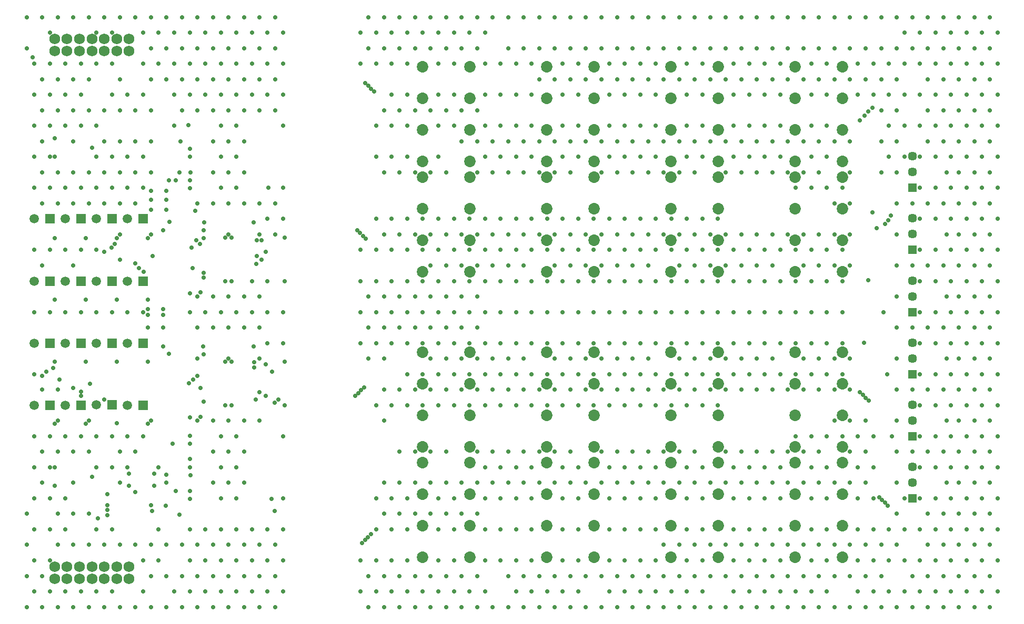
<source format=gbs>
G04 Layer_Color=16711935*
%FSAX24Y24*%
%MOIN*%
G70*
G01*
G75*
%ADD45C,0.0690*%
%ADD46C,0.0730*%
%ADD47C,0.0572*%
%ADD48R,0.0572X0.0572*%
%ADD49R,0.0592X0.0592*%
%ADD50C,0.0592*%
%ADD51C,0.0277*%
D45*
X015748Y013386D02*
D03*
X012598Y046063D02*
D03*
Y046850D02*
D03*
X013386Y046063D02*
D03*
Y046850D02*
D03*
X014173Y046063D02*
D03*
Y046850D02*
D03*
X014961Y046063D02*
D03*
Y046850D02*
D03*
X015748Y046063D02*
D03*
Y046850D02*
D03*
X016535Y046063D02*
D03*
Y046850D02*
D03*
X017323Y046063D02*
D03*
Y046850D02*
D03*
X012598Y012598D02*
D03*
Y013386D02*
D03*
X013386Y012598D02*
D03*
Y013386D02*
D03*
X014173Y012598D02*
D03*
Y013386D02*
D03*
X014961Y012598D02*
D03*
Y013386D02*
D03*
X015748Y012598D02*
D03*
X016535D02*
D03*
Y013386D02*
D03*
X017323Y012598D02*
D03*
Y013386D02*
D03*
D46*
X062524Y022972D02*
D03*
X054650D02*
D03*
X038902D02*
D03*
Y024972D02*
D03*
Y026972D02*
D03*
Y013972D02*
D03*
X035902D02*
D03*
Y026972D02*
D03*
Y015972D02*
D03*
Y024972D02*
D03*
Y017972D02*
D03*
Y022972D02*
D03*
Y020972D02*
D03*
Y019972D02*
D03*
X038902Y020972D02*
D03*
Y019972D02*
D03*
Y015972D02*
D03*
Y017972D02*
D03*
X062524Y043083D02*
D03*
Y045083D02*
D03*
Y032083D02*
D03*
X059524D02*
D03*
Y045083D02*
D03*
Y034083D02*
D03*
Y043083D02*
D03*
Y036083D02*
D03*
Y041083D02*
D03*
Y039083D02*
D03*
Y038083D02*
D03*
X062524Y039083D02*
D03*
Y038083D02*
D03*
Y041083D02*
D03*
Y034083D02*
D03*
Y036083D02*
D03*
X046776Y024972D02*
D03*
Y026972D02*
D03*
Y013972D02*
D03*
X043776D02*
D03*
Y026972D02*
D03*
Y015972D02*
D03*
Y024972D02*
D03*
Y017972D02*
D03*
Y022972D02*
D03*
Y020972D02*
D03*
Y019972D02*
D03*
X046776Y020972D02*
D03*
Y019972D02*
D03*
Y022972D02*
D03*
Y015972D02*
D03*
Y017972D02*
D03*
X054650Y043083D02*
D03*
Y045083D02*
D03*
Y032083D02*
D03*
X051650D02*
D03*
Y045083D02*
D03*
Y034083D02*
D03*
Y043083D02*
D03*
Y036083D02*
D03*
Y041083D02*
D03*
Y039083D02*
D03*
Y038083D02*
D03*
X054650Y039083D02*
D03*
Y038083D02*
D03*
Y041083D02*
D03*
Y034083D02*
D03*
Y036083D02*
D03*
Y024972D02*
D03*
Y026972D02*
D03*
Y013972D02*
D03*
X051650D02*
D03*
Y026972D02*
D03*
Y015972D02*
D03*
Y024972D02*
D03*
Y017972D02*
D03*
Y022972D02*
D03*
Y020972D02*
D03*
Y019972D02*
D03*
X054650Y020972D02*
D03*
Y019972D02*
D03*
Y015972D02*
D03*
Y017972D02*
D03*
X046776Y043083D02*
D03*
Y045083D02*
D03*
Y032083D02*
D03*
X043776D02*
D03*
Y045083D02*
D03*
Y034083D02*
D03*
Y043083D02*
D03*
Y036083D02*
D03*
Y041083D02*
D03*
Y039083D02*
D03*
Y038083D02*
D03*
X046776Y039083D02*
D03*
Y038083D02*
D03*
Y041083D02*
D03*
Y034083D02*
D03*
Y036083D02*
D03*
X062524Y024972D02*
D03*
Y026972D02*
D03*
Y013972D02*
D03*
X059524D02*
D03*
Y026972D02*
D03*
Y015972D02*
D03*
Y024972D02*
D03*
Y017972D02*
D03*
Y022972D02*
D03*
Y020972D02*
D03*
Y019972D02*
D03*
X062524Y020972D02*
D03*
Y019972D02*
D03*
Y015972D02*
D03*
Y017972D02*
D03*
X038902Y043083D02*
D03*
Y045083D02*
D03*
Y032083D02*
D03*
X035902D02*
D03*
Y045083D02*
D03*
Y034083D02*
D03*
Y043083D02*
D03*
Y036083D02*
D03*
Y041083D02*
D03*
Y039083D02*
D03*
Y038083D02*
D03*
X038902Y039083D02*
D03*
Y038083D02*
D03*
Y041083D02*
D03*
Y034083D02*
D03*
Y036083D02*
D03*
D47*
X066929Y023654D02*
D03*
Y022654D02*
D03*
Y027591D02*
D03*
Y026591D02*
D03*
Y031528D02*
D03*
Y030528D02*
D03*
Y035465D02*
D03*
Y034465D02*
D03*
Y019717D02*
D03*
Y018717D02*
D03*
Y039402D02*
D03*
Y038402D02*
D03*
D48*
Y021654D02*
D03*
Y025591D02*
D03*
Y029528D02*
D03*
Y033465D02*
D03*
Y017717D02*
D03*
Y037402D02*
D03*
D49*
X014280Y023622D02*
D03*
Y027559D02*
D03*
Y031496D02*
D03*
Y035433D02*
D03*
X016248Y023661D02*
D03*
X018217Y027559D02*
D03*
Y035433D02*
D03*
X012311Y023622D02*
D03*
Y027559D02*
D03*
Y031496D02*
D03*
Y035433D02*
D03*
X018217Y023622D02*
D03*
X016248Y027559D02*
D03*
Y035433D02*
D03*
Y031496D02*
D03*
X018217D02*
D03*
D50*
X013280Y023622D02*
D03*
Y027559D02*
D03*
Y031496D02*
D03*
Y035433D02*
D03*
X015248Y023661D02*
D03*
X017217Y027559D02*
D03*
Y035433D02*
D03*
X011311Y023622D02*
D03*
Y027559D02*
D03*
Y031496D02*
D03*
Y035433D02*
D03*
X017217Y023622D02*
D03*
X015248Y027559D02*
D03*
Y035433D02*
D03*
Y031496D02*
D03*
X017217D02*
D03*
D51*
X071850Y048228D02*
D03*
X072343Y047244D02*
D03*
X071850Y046260D02*
D03*
X072343Y045276D02*
D03*
X071850Y044291D02*
D03*
X072343Y043307D02*
D03*
X071850Y042323D02*
D03*
X072343Y041339D02*
D03*
X071850Y040354D02*
D03*
X072343Y039370D02*
D03*
X071850Y038386D02*
D03*
X072343Y037402D02*
D03*
X071850Y036417D02*
D03*
X072343Y035433D02*
D03*
X071850Y034449D02*
D03*
X072343Y033465D02*
D03*
X071850Y032480D02*
D03*
X072343Y031496D02*
D03*
X071850Y030512D02*
D03*
X072343Y029528D02*
D03*
X071850Y028543D02*
D03*
X072343Y027559D02*
D03*
X071850Y026575D02*
D03*
X072343Y025591D02*
D03*
X071850Y024606D02*
D03*
X072343Y023622D02*
D03*
X071850Y022638D02*
D03*
X072343Y021654D02*
D03*
X071850Y020669D02*
D03*
X072343Y019685D02*
D03*
X071850Y018701D02*
D03*
X072343Y017717D02*
D03*
X071850Y016732D02*
D03*
X072343Y015748D02*
D03*
X071850Y014764D02*
D03*
X072343Y013780D02*
D03*
X071850Y012795D02*
D03*
X072343Y011811D02*
D03*
X071850Y010827D02*
D03*
X070866Y048228D02*
D03*
X071358Y047244D02*
D03*
X070866Y046260D02*
D03*
X071358Y045276D02*
D03*
X070866Y044291D02*
D03*
X071358Y043307D02*
D03*
X070866Y042323D02*
D03*
X071358Y041339D02*
D03*
X070866Y040354D02*
D03*
X071358Y039370D02*
D03*
X070866Y038386D02*
D03*
X071358Y037402D02*
D03*
X070866Y036417D02*
D03*
X071358Y035433D02*
D03*
X070866Y034449D02*
D03*
X071358Y033465D02*
D03*
X070866Y032480D02*
D03*
X071358Y031496D02*
D03*
X070866Y030512D02*
D03*
X071358Y029528D02*
D03*
X070866Y028543D02*
D03*
X071358Y027559D02*
D03*
X070866Y026575D02*
D03*
X071358Y025591D02*
D03*
X070866Y024606D02*
D03*
X071358Y023622D02*
D03*
X070866Y022638D02*
D03*
X071358Y021654D02*
D03*
X070866Y020669D02*
D03*
X071358Y019685D02*
D03*
X070866Y018701D02*
D03*
X071358Y017717D02*
D03*
X070866Y016732D02*
D03*
X071358Y015748D02*
D03*
X070866Y014764D02*
D03*
X071358Y013780D02*
D03*
X070866Y012795D02*
D03*
X071358Y011811D02*
D03*
X070866Y010827D02*
D03*
X069882Y048228D02*
D03*
X070374Y047244D02*
D03*
X069882Y046260D02*
D03*
X070374Y045276D02*
D03*
X069882Y044291D02*
D03*
X070374Y043307D02*
D03*
X069882Y042323D02*
D03*
X070374Y041339D02*
D03*
X069882Y040354D02*
D03*
X070374Y039370D02*
D03*
X069882Y038386D02*
D03*
X070374Y037402D02*
D03*
X069882Y036417D02*
D03*
X070374Y035433D02*
D03*
X069882Y034449D02*
D03*
X070374Y033465D02*
D03*
X069882Y032480D02*
D03*
X070374Y031496D02*
D03*
X069882Y030512D02*
D03*
X070374Y029528D02*
D03*
X069882Y028543D02*
D03*
X070374Y027559D02*
D03*
X069882Y026575D02*
D03*
X070374Y025591D02*
D03*
X069882Y024606D02*
D03*
X070374Y023622D02*
D03*
X069882Y022638D02*
D03*
X070374Y021654D02*
D03*
X069882Y020669D02*
D03*
X070374Y019685D02*
D03*
X069882Y018701D02*
D03*
X070374Y017717D02*
D03*
X069882Y016732D02*
D03*
X070374Y015748D02*
D03*
X069882Y014764D02*
D03*
X070374Y013780D02*
D03*
X069882Y012795D02*
D03*
X070374Y011811D02*
D03*
X069882Y010827D02*
D03*
X068898Y048228D02*
D03*
X069390Y047244D02*
D03*
X068898Y046260D02*
D03*
X069390Y045276D02*
D03*
X068898Y044291D02*
D03*
X069390Y043307D02*
D03*
X068898Y042323D02*
D03*
X069390Y041339D02*
D03*
X068898Y040354D02*
D03*
X069390Y039370D02*
D03*
Y037402D02*
D03*
X068898Y036417D02*
D03*
X069390Y035433D02*
D03*
Y033465D02*
D03*
X068898Y032480D02*
D03*
X069390Y031496D02*
D03*
Y029528D02*
D03*
X068898Y028543D02*
D03*
X069390Y027559D02*
D03*
Y025591D02*
D03*
X068898Y024606D02*
D03*
X069390Y023622D02*
D03*
Y021654D02*
D03*
X068898Y020669D02*
D03*
X069390Y019685D02*
D03*
Y017717D02*
D03*
X068898Y016732D02*
D03*
X069390Y015748D02*
D03*
X068898Y014764D02*
D03*
X069390Y013780D02*
D03*
X068898Y012795D02*
D03*
X069390Y011811D02*
D03*
X068898Y010827D02*
D03*
X067913Y048228D02*
D03*
X068406Y047244D02*
D03*
X067913Y046260D02*
D03*
X068406Y045276D02*
D03*
X067913Y044291D02*
D03*
X068406Y043307D02*
D03*
X067913Y042323D02*
D03*
X068406Y041339D02*
D03*
X067913Y040354D02*
D03*
X068406Y039370D02*
D03*
Y037402D02*
D03*
X067913Y036417D02*
D03*
X068406Y035433D02*
D03*
Y033465D02*
D03*
X067913Y032480D02*
D03*
X068406Y031496D02*
D03*
Y029528D02*
D03*
X067913Y028543D02*
D03*
X068406Y027559D02*
D03*
Y025591D02*
D03*
X067913Y024606D02*
D03*
X068406Y023622D02*
D03*
Y021654D02*
D03*
X067913Y020669D02*
D03*
X068406Y019685D02*
D03*
Y017717D02*
D03*
X067913Y016732D02*
D03*
X068406Y015748D02*
D03*
X067913Y014764D02*
D03*
X068406Y013780D02*
D03*
X067913Y012795D02*
D03*
X068406Y011811D02*
D03*
X067913Y010827D02*
D03*
X066929Y048228D02*
D03*
X067421Y047244D02*
D03*
X066929Y046260D02*
D03*
X067421Y045276D02*
D03*
Y043307D02*
D03*
Y041339D02*
D03*
Y039370D02*
D03*
Y037402D02*
D03*
X066929Y036417D02*
D03*
X067421Y035433D02*
D03*
Y033465D02*
D03*
X066929Y032480D02*
D03*
X067421Y031496D02*
D03*
Y029528D02*
D03*
X066929Y028543D02*
D03*
X067421Y027559D02*
D03*
Y025591D02*
D03*
X066929Y024606D02*
D03*
X067421Y023622D02*
D03*
Y021654D02*
D03*
X066929Y020669D02*
D03*
X067421Y019685D02*
D03*
Y017717D02*
D03*
Y015748D02*
D03*
Y013780D02*
D03*
X066929Y012795D02*
D03*
X067421Y011811D02*
D03*
X066929Y010827D02*
D03*
X065945Y048228D02*
D03*
X066437Y047244D02*
D03*
X065945Y046260D02*
D03*
X066437Y045276D02*
D03*
X065945Y044291D02*
D03*
X066437Y043307D02*
D03*
X065945Y042323D02*
D03*
X066437Y041339D02*
D03*
X065945Y040354D02*
D03*
X066437Y039370D02*
D03*
X065945Y038386D02*
D03*
Y036417D02*
D03*
Y034449D02*
D03*
Y032480D02*
D03*
Y030512D02*
D03*
Y028543D02*
D03*
Y026575D02*
D03*
Y024606D02*
D03*
Y022638D02*
D03*
Y020669D02*
D03*
Y018701D02*
D03*
X066437Y017717D02*
D03*
X065945Y016732D02*
D03*
X066437Y015748D02*
D03*
X065945Y014764D02*
D03*
X066437Y013780D02*
D03*
Y011811D02*
D03*
X065945Y010827D02*
D03*
X064961Y048228D02*
D03*
Y046260D02*
D03*
X065453Y045276D02*
D03*
X064961Y044291D02*
D03*
X065453Y043307D02*
D03*
X064961Y042323D02*
D03*
X065453Y041339D02*
D03*
X064961Y040354D02*
D03*
X065453Y039370D02*
D03*
X064961Y038386D02*
D03*
X065453Y015748D02*
D03*
X064961Y014764D02*
D03*
X065453Y013780D02*
D03*
X064961Y012795D02*
D03*
X065453Y011811D02*
D03*
X064961Y010827D02*
D03*
X063976Y048228D02*
D03*
Y046260D02*
D03*
X064469Y045276D02*
D03*
X063976Y044291D02*
D03*
X064469Y043307D02*
D03*
X063976Y022638D02*
D03*
X064469Y021654D02*
D03*
X063976Y020669D02*
D03*
X064469Y019685D02*
D03*
X063976Y018701D02*
D03*
X064469Y017717D02*
D03*
Y015748D02*
D03*
X063976Y014764D02*
D03*
X064469Y013780D02*
D03*
X063976Y012795D02*
D03*
X064469Y011811D02*
D03*
X063976Y010827D02*
D03*
X062992Y048228D02*
D03*
Y046260D02*
D03*
X063484Y045276D02*
D03*
X062992Y044291D02*
D03*
X063484Y043307D02*
D03*
X062992Y040354D02*
D03*
Y038386D02*
D03*
Y036417D02*
D03*
Y034449D02*
D03*
Y032480D02*
D03*
Y026575D02*
D03*
Y024606D02*
D03*
Y022638D02*
D03*
X063484Y021654D02*
D03*
X062992Y020669D02*
D03*
X063484Y019685D02*
D03*
X062992Y018701D02*
D03*
X063484Y017717D02*
D03*
Y015748D02*
D03*
X062992Y014764D02*
D03*
X063484Y013780D02*
D03*
X062992Y012795D02*
D03*
X063484Y011811D02*
D03*
X062992Y010827D02*
D03*
X062008Y048228D02*
D03*
Y046260D02*
D03*
Y044291D02*
D03*
Y040354D02*
D03*
X062500Y037402D02*
D03*
X062008Y036417D02*
D03*
Y034449D02*
D03*
X062500Y033465D02*
D03*
X062008Y032480D02*
D03*
X062500Y031496D02*
D03*
Y029528D02*
D03*
Y027559D02*
D03*
X062008Y026575D02*
D03*
X062500Y025591D02*
D03*
X062008Y024606D02*
D03*
Y022638D02*
D03*
X062500Y021654D02*
D03*
X062008Y018701D02*
D03*
Y014764D02*
D03*
Y012795D02*
D03*
Y010827D02*
D03*
X061024Y048228D02*
D03*
Y046260D02*
D03*
X061516Y045276D02*
D03*
X061024Y044291D02*
D03*
X061516Y043307D02*
D03*
Y041339D02*
D03*
X061024Y040354D02*
D03*
X061516Y039370D02*
D03*
X061024Y038386D02*
D03*
X061516Y037402D02*
D03*
X061024Y034449D02*
D03*
X061516Y033465D02*
D03*
X061024Y032480D02*
D03*
X061516Y031496D02*
D03*
Y029528D02*
D03*
Y027559D02*
D03*
X061024Y026575D02*
D03*
X061516Y025591D02*
D03*
X061024Y024606D02*
D03*
X061516Y021654D02*
D03*
X061024Y020669D02*
D03*
X061516Y019685D02*
D03*
X061024Y018701D02*
D03*
X061516Y017717D02*
D03*
Y015748D02*
D03*
X061024Y014764D02*
D03*
X061516Y013780D02*
D03*
X061024Y012795D02*
D03*
X061516Y011811D02*
D03*
X061024Y010827D02*
D03*
X060039Y048228D02*
D03*
Y046260D02*
D03*
X060532Y045276D02*
D03*
X060039Y044291D02*
D03*
X060532Y043307D02*
D03*
Y041339D02*
D03*
X060039Y040354D02*
D03*
X060532Y039370D02*
D03*
X060039Y038386D02*
D03*
X060532Y037402D02*
D03*
X060039Y034449D02*
D03*
X060532Y033465D02*
D03*
X060039Y032480D02*
D03*
X060532Y031496D02*
D03*
Y029528D02*
D03*
Y027559D02*
D03*
X060039Y026575D02*
D03*
X060532Y025591D02*
D03*
X060039Y024606D02*
D03*
X060532Y021654D02*
D03*
X060039Y020669D02*
D03*
X060532Y019685D02*
D03*
X060039Y018701D02*
D03*
X060532Y017717D02*
D03*
Y015748D02*
D03*
X060039Y014764D02*
D03*
X060532Y013780D02*
D03*
X060039Y012795D02*
D03*
X060532Y011811D02*
D03*
X060039Y010827D02*
D03*
X059055Y048228D02*
D03*
Y046260D02*
D03*
Y044291D02*
D03*
Y040354D02*
D03*
Y038386D02*
D03*
X059547Y037402D02*
D03*
X059055Y034449D02*
D03*
X059547Y033465D02*
D03*
Y031496D02*
D03*
Y029528D02*
D03*
Y027559D02*
D03*
Y025591D02*
D03*
X059055Y024606D02*
D03*
X059547Y021654D02*
D03*
X059055Y020669D02*
D03*
Y018701D02*
D03*
Y014764D02*
D03*
Y012795D02*
D03*
X059547Y011811D02*
D03*
X059055Y010827D02*
D03*
X058071Y048228D02*
D03*
Y046260D02*
D03*
X058563Y045276D02*
D03*
X058071Y044291D02*
D03*
X058563Y043307D02*
D03*
Y041339D02*
D03*
X058071Y040354D02*
D03*
X058563Y039370D02*
D03*
X058071Y038386D02*
D03*
Y034449D02*
D03*
X058563Y033465D02*
D03*
X058071Y032480D02*
D03*
X058563Y031496D02*
D03*
Y029528D02*
D03*
Y027559D02*
D03*
X058071Y026575D02*
D03*
X058563Y025591D02*
D03*
X058071Y024606D02*
D03*
Y020669D02*
D03*
X058563Y019685D02*
D03*
X058071Y018701D02*
D03*
X058563Y017717D02*
D03*
Y015748D02*
D03*
X058071Y014764D02*
D03*
X058563Y013780D02*
D03*
X058071Y012795D02*
D03*
X058563Y011811D02*
D03*
X058071Y010827D02*
D03*
X057087Y048228D02*
D03*
Y046260D02*
D03*
X057579Y045276D02*
D03*
X057087Y044291D02*
D03*
X057579Y043307D02*
D03*
Y041339D02*
D03*
X057087Y040354D02*
D03*
X057579Y039370D02*
D03*
X057087Y038386D02*
D03*
Y034449D02*
D03*
X057579Y033465D02*
D03*
X057087Y032480D02*
D03*
X057579Y031496D02*
D03*
Y029528D02*
D03*
Y027559D02*
D03*
X057087Y026575D02*
D03*
X057579Y025591D02*
D03*
X057087Y024606D02*
D03*
Y020669D02*
D03*
X057579Y019685D02*
D03*
X057087Y018701D02*
D03*
X057579Y017717D02*
D03*
Y015748D02*
D03*
X057087Y014764D02*
D03*
X057579Y013780D02*
D03*
X057087Y012795D02*
D03*
X057579Y011811D02*
D03*
X057087Y010827D02*
D03*
X056102Y048228D02*
D03*
Y046260D02*
D03*
X056594Y045276D02*
D03*
X056102Y044291D02*
D03*
X056594Y043307D02*
D03*
Y041339D02*
D03*
X056102Y040354D02*
D03*
X056594Y039370D02*
D03*
X056102Y038386D02*
D03*
Y034449D02*
D03*
X056594Y033465D02*
D03*
X056102Y032480D02*
D03*
X056594Y031496D02*
D03*
Y029528D02*
D03*
Y027559D02*
D03*
X056102Y026575D02*
D03*
X056594Y025591D02*
D03*
X056102Y024606D02*
D03*
Y020669D02*
D03*
X056594Y019685D02*
D03*
X056102Y018701D02*
D03*
X056594Y017717D02*
D03*
Y015748D02*
D03*
X056102Y014764D02*
D03*
X056594Y013780D02*
D03*
X056102Y012795D02*
D03*
X056594Y011811D02*
D03*
X056102Y010827D02*
D03*
X055118Y048228D02*
D03*
Y046260D02*
D03*
X055610Y045276D02*
D03*
X055118Y044291D02*
D03*
X055610Y043307D02*
D03*
Y041339D02*
D03*
X055118Y040354D02*
D03*
X055610Y039370D02*
D03*
X055118Y038386D02*
D03*
Y034449D02*
D03*
X055610Y033465D02*
D03*
X055118Y032480D02*
D03*
X055610Y031496D02*
D03*
Y029528D02*
D03*
Y027559D02*
D03*
X055118Y026575D02*
D03*
X055610Y025591D02*
D03*
X055118Y024606D02*
D03*
Y020669D02*
D03*
X055610Y019685D02*
D03*
X055118Y018701D02*
D03*
X055610Y017717D02*
D03*
Y015748D02*
D03*
X055118Y014764D02*
D03*
X055610Y013780D02*
D03*
X055118Y012795D02*
D03*
X055610Y011811D02*
D03*
X055118Y010827D02*
D03*
X054134Y048228D02*
D03*
Y046260D02*
D03*
Y044291D02*
D03*
Y040354D02*
D03*
X054626Y035433D02*
D03*
X054134Y034449D02*
D03*
X054626Y033465D02*
D03*
X054134Y032480D02*
D03*
X054626Y031496D02*
D03*
Y029528D02*
D03*
Y027559D02*
D03*
X054134Y026575D02*
D03*
X054626Y025591D02*
D03*
X054134Y024606D02*
D03*
X054626Y023622D02*
D03*
X054134Y018701D02*
D03*
Y014764D02*
D03*
Y012795D02*
D03*
Y010827D02*
D03*
X053150Y048228D02*
D03*
Y046260D02*
D03*
X053642Y045276D02*
D03*
X053150Y044291D02*
D03*
X053642Y043307D02*
D03*
Y041339D02*
D03*
X053150Y040354D02*
D03*
X053642Y039370D02*
D03*
X053150Y038386D02*
D03*
X053642Y035433D02*
D03*
X053150Y034449D02*
D03*
X053642Y033465D02*
D03*
X053150Y032480D02*
D03*
X053642Y031496D02*
D03*
Y029528D02*
D03*
Y027559D02*
D03*
X053150Y026575D02*
D03*
X053642Y025591D02*
D03*
X053150Y024606D02*
D03*
X053642Y023622D02*
D03*
X053150Y020669D02*
D03*
X053642Y019685D02*
D03*
X053150Y018701D02*
D03*
X053642Y017717D02*
D03*
Y015748D02*
D03*
X053150Y014764D02*
D03*
X053642Y013780D02*
D03*
X053150Y012795D02*
D03*
X053642Y011811D02*
D03*
X053150Y010827D02*
D03*
X052165Y048228D02*
D03*
Y046260D02*
D03*
X052657Y045276D02*
D03*
X052165Y044291D02*
D03*
X052657Y043307D02*
D03*
Y041339D02*
D03*
X052165Y040354D02*
D03*
X052657Y039370D02*
D03*
X052165Y038386D02*
D03*
X052657Y035433D02*
D03*
X052165Y034449D02*
D03*
X052657Y033465D02*
D03*
X052165Y032480D02*
D03*
X052657Y031496D02*
D03*
Y029528D02*
D03*
Y027559D02*
D03*
X052165Y026575D02*
D03*
X052657Y025591D02*
D03*
X052165Y024606D02*
D03*
X052657Y023622D02*
D03*
X052165Y020669D02*
D03*
X052657Y019685D02*
D03*
X052165Y018701D02*
D03*
X052657Y017717D02*
D03*
Y015748D02*
D03*
X052165Y014764D02*
D03*
X052657Y013780D02*
D03*
X052165Y012795D02*
D03*
X052657Y011811D02*
D03*
X052165Y010827D02*
D03*
X051181Y048228D02*
D03*
Y046260D02*
D03*
Y044291D02*
D03*
Y040354D02*
D03*
Y038386D02*
D03*
X051673Y035433D02*
D03*
X051181Y034449D02*
D03*
X051673Y033465D02*
D03*
Y031496D02*
D03*
Y029528D02*
D03*
Y027559D02*
D03*
Y025591D02*
D03*
X051181Y024606D02*
D03*
X051673Y023622D02*
D03*
X051181Y020669D02*
D03*
Y018701D02*
D03*
Y014764D02*
D03*
Y012795D02*
D03*
X051673Y011811D02*
D03*
X051181Y010827D02*
D03*
X050197Y048228D02*
D03*
Y046260D02*
D03*
X050689Y045276D02*
D03*
X050197Y044291D02*
D03*
X050689Y043307D02*
D03*
Y041339D02*
D03*
X050197Y040354D02*
D03*
X050689Y039370D02*
D03*
X050197Y038386D02*
D03*
X050689Y035433D02*
D03*
X050197Y034449D02*
D03*
X050689Y033465D02*
D03*
X050197Y032480D02*
D03*
X050689Y031496D02*
D03*
Y029528D02*
D03*
Y027559D02*
D03*
X050197Y026575D02*
D03*
X050689Y025591D02*
D03*
X050197Y024606D02*
D03*
X050689Y023622D02*
D03*
X050197Y020669D02*
D03*
X050689Y019685D02*
D03*
X050197Y018701D02*
D03*
X050689Y017717D02*
D03*
Y015748D02*
D03*
Y013780D02*
D03*
X050197Y012795D02*
D03*
X050689Y011811D02*
D03*
X050197Y010827D02*
D03*
X049213Y048228D02*
D03*
Y046260D02*
D03*
X049705Y045276D02*
D03*
X049213Y044291D02*
D03*
X049705Y043307D02*
D03*
Y041339D02*
D03*
X049213Y040354D02*
D03*
X049705Y039370D02*
D03*
X049213Y038386D02*
D03*
X049705Y035433D02*
D03*
X049213Y034449D02*
D03*
X049705Y033465D02*
D03*
X049213Y032480D02*
D03*
X049705Y031496D02*
D03*
Y029528D02*
D03*
Y027559D02*
D03*
X049213Y026575D02*
D03*
X049705Y025591D02*
D03*
X049213Y024606D02*
D03*
X049705Y023622D02*
D03*
X049213Y020669D02*
D03*
X049705Y019685D02*
D03*
X049213Y018701D02*
D03*
X049705Y017717D02*
D03*
Y015748D02*
D03*
Y013780D02*
D03*
X049213Y012795D02*
D03*
X049705Y011811D02*
D03*
X049213Y010827D02*
D03*
X048228Y048228D02*
D03*
Y046260D02*
D03*
X048720Y045276D02*
D03*
X048228Y044291D02*
D03*
X048720Y043307D02*
D03*
Y041339D02*
D03*
X048228Y040354D02*
D03*
X048720Y039370D02*
D03*
X048228Y038386D02*
D03*
X048720Y035433D02*
D03*
X048228Y034449D02*
D03*
X048720Y033465D02*
D03*
X048228Y032480D02*
D03*
X048720Y031496D02*
D03*
Y029528D02*
D03*
Y027559D02*
D03*
X048228Y026575D02*
D03*
X048720Y025591D02*
D03*
X048228Y024606D02*
D03*
X048720Y023622D02*
D03*
X048228Y020669D02*
D03*
X048720Y019685D02*
D03*
X048228Y018701D02*
D03*
X048720Y017717D02*
D03*
Y015748D02*
D03*
Y013780D02*
D03*
X048228Y012795D02*
D03*
X048720Y011811D02*
D03*
X048228Y010827D02*
D03*
X047244Y048228D02*
D03*
Y046260D02*
D03*
X047736Y045276D02*
D03*
X047244Y044291D02*
D03*
X047736Y043307D02*
D03*
Y041339D02*
D03*
X047244Y040354D02*
D03*
X047736Y039370D02*
D03*
X047244Y038386D02*
D03*
X047736Y035433D02*
D03*
X047244Y034449D02*
D03*
X047736Y033465D02*
D03*
X047244Y032480D02*
D03*
X047736Y031496D02*
D03*
Y029528D02*
D03*
Y027559D02*
D03*
X047244Y026575D02*
D03*
X047736Y025591D02*
D03*
X047244Y024606D02*
D03*
X047736Y023622D02*
D03*
X047244Y020669D02*
D03*
X047736Y019685D02*
D03*
X047244Y018701D02*
D03*
X047736Y017717D02*
D03*
Y015748D02*
D03*
Y013780D02*
D03*
X047244Y012795D02*
D03*
X047736Y011811D02*
D03*
X047244Y010827D02*
D03*
X046260Y048228D02*
D03*
Y046260D02*
D03*
Y044291D02*
D03*
Y040354D02*
D03*
X046752Y035433D02*
D03*
X046260Y034449D02*
D03*
X046752Y033465D02*
D03*
X046260Y032480D02*
D03*
X046752Y031496D02*
D03*
Y029528D02*
D03*
Y027559D02*
D03*
X046260Y026575D02*
D03*
X046752Y025591D02*
D03*
X046260Y024606D02*
D03*
X046752Y023622D02*
D03*
X046260Y018701D02*
D03*
Y012795D02*
D03*
Y010827D02*
D03*
X045276Y048228D02*
D03*
Y046260D02*
D03*
X045768Y045276D02*
D03*
X045276Y044291D02*
D03*
X045768Y043307D02*
D03*
Y041339D02*
D03*
X045276Y040354D02*
D03*
X045768Y039370D02*
D03*
X045276Y038386D02*
D03*
X045768Y035433D02*
D03*
X045276Y034449D02*
D03*
X045768Y033465D02*
D03*
X045276Y032480D02*
D03*
X045768Y031496D02*
D03*
Y029528D02*
D03*
Y027559D02*
D03*
X045276Y026575D02*
D03*
X045768Y025591D02*
D03*
X045276Y024606D02*
D03*
X045768Y023622D02*
D03*
X045276Y020669D02*
D03*
X045768Y019685D02*
D03*
X045276Y018701D02*
D03*
X045768Y017717D02*
D03*
Y015748D02*
D03*
Y013780D02*
D03*
X045276Y012795D02*
D03*
X045768Y011811D02*
D03*
X045276Y010827D02*
D03*
X044291Y048228D02*
D03*
Y046260D02*
D03*
X044783Y045276D02*
D03*
X044291Y044291D02*
D03*
X044783Y043307D02*
D03*
Y041339D02*
D03*
X044291Y040354D02*
D03*
X044783Y039370D02*
D03*
X044291Y038386D02*
D03*
X044783Y035433D02*
D03*
X044291Y034449D02*
D03*
X044783Y033465D02*
D03*
X044291Y032480D02*
D03*
X044783Y031496D02*
D03*
Y029528D02*
D03*
Y027559D02*
D03*
X044291Y026575D02*
D03*
X044783Y025591D02*
D03*
X044291Y024606D02*
D03*
X044783Y023622D02*
D03*
X044291Y020669D02*
D03*
X044783Y019685D02*
D03*
X044291Y018701D02*
D03*
X044783Y017717D02*
D03*
Y015748D02*
D03*
Y013780D02*
D03*
X044291Y012795D02*
D03*
X044783Y011811D02*
D03*
X044291Y010827D02*
D03*
X043307Y048228D02*
D03*
Y046260D02*
D03*
Y044291D02*
D03*
Y040354D02*
D03*
Y038386D02*
D03*
X043799Y035433D02*
D03*
X043307Y034449D02*
D03*
X043799Y033465D02*
D03*
Y031496D02*
D03*
Y029528D02*
D03*
Y027559D02*
D03*
Y025591D02*
D03*
X043307Y024606D02*
D03*
X043799Y023622D02*
D03*
X043307Y020669D02*
D03*
Y018701D02*
D03*
Y012795D02*
D03*
X043799Y011811D02*
D03*
X043307Y010827D02*
D03*
X042323Y048228D02*
D03*
Y046260D02*
D03*
X042815Y045276D02*
D03*
Y043307D02*
D03*
Y041339D02*
D03*
X042323Y040354D02*
D03*
X042815Y039370D02*
D03*
X042323Y038386D02*
D03*
X042815Y035433D02*
D03*
X042323Y034449D02*
D03*
X042815Y033465D02*
D03*
X042323Y032480D02*
D03*
X042815Y031496D02*
D03*
Y029528D02*
D03*
Y027559D02*
D03*
X042323Y026575D02*
D03*
X042815Y025591D02*
D03*
X042323Y024606D02*
D03*
X042815Y023622D02*
D03*
X042323Y020669D02*
D03*
X042815Y019685D02*
D03*
X042323Y018701D02*
D03*
X042815Y017717D02*
D03*
Y015748D02*
D03*
Y013780D02*
D03*
X042323Y012795D02*
D03*
X042815Y011811D02*
D03*
X042323Y010827D02*
D03*
X041339Y048228D02*
D03*
Y046260D02*
D03*
X041831Y045276D02*
D03*
Y043307D02*
D03*
Y041339D02*
D03*
X041339Y040354D02*
D03*
X041831Y039370D02*
D03*
X041339Y038386D02*
D03*
X041831Y035433D02*
D03*
X041339Y034449D02*
D03*
X041831Y033465D02*
D03*
X041339Y032480D02*
D03*
X041831Y031496D02*
D03*
Y029528D02*
D03*
Y027559D02*
D03*
X041339Y026575D02*
D03*
X041831Y025591D02*
D03*
X041339Y024606D02*
D03*
X041831Y023622D02*
D03*
X041339Y020669D02*
D03*
X041831Y019685D02*
D03*
X041339Y018701D02*
D03*
X041831Y017717D02*
D03*
Y015748D02*
D03*
Y013780D02*
D03*
X041339Y012795D02*
D03*
X041831Y011811D02*
D03*
X041339Y010827D02*
D03*
X040354Y048228D02*
D03*
X040846Y045276D02*
D03*
Y043307D02*
D03*
Y041339D02*
D03*
X040354Y040354D02*
D03*
X040846Y039370D02*
D03*
X040354Y038386D02*
D03*
X040846Y035433D02*
D03*
X040354Y034449D02*
D03*
X040846Y033465D02*
D03*
X040354Y032480D02*
D03*
X040846Y031496D02*
D03*
Y029528D02*
D03*
Y027559D02*
D03*
X040354Y026575D02*
D03*
X040846Y025591D02*
D03*
X040354Y024606D02*
D03*
X040846Y023622D02*
D03*
X040354Y020669D02*
D03*
X040846Y019685D02*
D03*
X040354Y018701D02*
D03*
X040846Y017717D02*
D03*
Y015748D02*
D03*
Y013780D02*
D03*
X040354Y010827D02*
D03*
X039370Y048228D02*
D03*
X039862Y047244D02*
D03*
X039370Y046260D02*
D03*
X039862Y045276D02*
D03*
Y043307D02*
D03*
X039370Y042323D02*
D03*
X039862Y041339D02*
D03*
X039370Y040354D02*
D03*
X039862Y039370D02*
D03*
X039370Y038386D02*
D03*
X039862Y035433D02*
D03*
X039370Y034449D02*
D03*
X039862Y033465D02*
D03*
X039370Y032480D02*
D03*
X039862Y031496D02*
D03*
X039370Y030512D02*
D03*
X039862Y029528D02*
D03*
X039370Y028543D02*
D03*
X039862Y027559D02*
D03*
X039370Y026575D02*
D03*
X039862Y025591D02*
D03*
X039370Y024606D02*
D03*
X039862Y023622D02*
D03*
X039370Y020669D02*
D03*
X039862Y019685D02*
D03*
X039370Y018701D02*
D03*
X039862Y017717D02*
D03*
X039370Y016732D02*
D03*
X039862Y015748D02*
D03*
Y013780D02*
D03*
X039370Y012795D02*
D03*
X039862Y011811D02*
D03*
X039370Y010827D02*
D03*
X038386Y048228D02*
D03*
X038878Y047244D02*
D03*
X038386Y046260D02*
D03*
Y042323D02*
D03*
Y040354D02*
D03*
X038878Y035433D02*
D03*
X038386Y034449D02*
D03*
X038878Y033465D02*
D03*
X038386Y032480D02*
D03*
X038878Y031496D02*
D03*
X038386Y030512D02*
D03*
X038878Y029528D02*
D03*
X038386Y028543D02*
D03*
X038878Y027559D02*
D03*
X038386Y026575D02*
D03*
X038878Y025591D02*
D03*
X038386Y024606D02*
D03*
X038878Y023622D02*
D03*
X038386Y018701D02*
D03*
Y016732D02*
D03*
Y012795D02*
D03*
X038878Y011811D02*
D03*
X038386Y010827D02*
D03*
X037402Y048228D02*
D03*
X037894Y047244D02*
D03*
X037402Y046260D02*
D03*
X037894Y045276D02*
D03*
Y043307D02*
D03*
X037402Y042323D02*
D03*
X037894Y041339D02*
D03*
X037402Y038386D02*
D03*
X037894Y035433D02*
D03*
X037402Y034449D02*
D03*
X037894Y033465D02*
D03*
X037402Y032480D02*
D03*
X037894Y031496D02*
D03*
X037402Y030512D02*
D03*
X037894Y029528D02*
D03*
X037402Y028543D02*
D03*
X037894Y027559D02*
D03*
X037402Y026575D02*
D03*
X037894Y025591D02*
D03*
X037402Y024606D02*
D03*
X037894Y023622D02*
D03*
X037402Y020669D02*
D03*
Y018701D02*
D03*
X037894Y017717D02*
D03*
X037402Y016732D02*
D03*
X037894Y015748D02*
D03*
Y013780D02*
D03*
X037402Y012795D02*
D03*
X037894Y011811D02*
D03*
X037402Y010827D02*
D03*
X036417Y048228D02*
D03*
X036909Y047244D02*
D03*
X036417Y046260D02*
D03*
X036909Y045276D02*
D03*
Y043307D02*
D03*
X036417Y042323D02*
D03*
X036909Y041339D02*
D03*
Y039370D02*
D03*
X036417Y038386D02*
D03*
X036909Y035433D02*
D03*
X036417Y034449D02*
D03*
X036909Y033465D02*
D03*
X036417Y032480D02*
D03*
X036909Y031496D02*
D03*
X036417Y030512D02*
D03*
X036909Y029528D02*
D03*
X036417Y028543D02*
D03*
X036909Y027559D02*
D03*
X036417Y026575D02*
D03*
X036909Y025591D02*
D03*
X036417Y024606D02*
D03*
X036909Y023622D02*
D03*
X036417Y020669D02*
D03*
Y018701D02*
D03*
X036909Y017717D02*
D03*
X036417Y016732D02*
D03*
X036909Y015748D02*
D03*
Y013780D02*
D03*
X036417Y012795D02*
D03*
X036909Y011811D02*
D03*
X036417Y010827D02*
D03*
X035433Y048228D02*
D03*
X035925Y047244D02*
D03*
X035433Y046260D02*
D03*
Y042323D02*
D03*
Y038386D02*
D03*
X035925Y035433D02*
D03*
X035433Y034449D02*
D03*
X035925Y033465D02*
D03*
Y031496D02*
D03*
X035433Y030512D02*
D03*
X035925Y029528D02*
D03*
X035433Y028543D02*
D03*
X035925Y027559D02*
D03*
Y025591D02*
D03*
X035433Y024606D02*
D03*
X035925Y023622D02*
D03*
X035433Y020669D02*
D03*
Y018701D02*
D03*
Y016732D02*
D03*
Y012795D02*
D03*
X035925Y011811D02*
D03*
X035433Y010827D02*
D03*
X034449Y048228D02*
D03*
X034941Y047244D02*
D03*
X034449Y046260D02*
D03*
X034941Y045276D02*
D03*
Y043307D02*
D03*
X034449Y042323D02*
D03*
X034941Y041339D02*
D03*
Y039370D02*
D03*
X034449Y038386D02*
D03*
X034941Y035433D02*
D03*
X034449Y034449D02*
D03*
X034941Y033465D02*
D03*
Y031496D02*
D03*
X034449Y030512D02*
D03*
X034941Y029528D02*
D03*
X034449Y028543D02*
D03*
X034941Y027559D02*
D03*
Y025591D02*
D03*
X034449Y024606D02*
D03*
X034941Y023622D02*
D03*
X034449Y020669D02*
D03*
Y018701D02*
D03*
X034941Y017717D02*
D03*
X034449Y016732D02*
D03*
X034941Y015748D02*
D03*
Y013780D02*
D03*
X034449Y012795D02*
D03*
X034941Y011811D02*
D03*
X034449Y010827D02*
D03*
X033465Y048228D02*
D03*
X033957Y047244D02*
D03*
X033465Y046260D02*
D03*
X033957Y045276D02*
D03*
Y043307D02*
D03*
X033465Y042323D02*
D03*
X033957Y041339D02*
D03*
Y039370D02*
D03*
X033465Y038386D02*
D03*
X033957Y035433D02*
D03*
X033465Y034449D02*
D03*
X033957Y033465D02*
D03*
Y031496D02*
D03*
X033465Y030512D02*
D03*
X033957Y029528D02*
D03*
X033465Y028543D02*
D03*
X033957Y027559D02*
D03*
X033465Y026575D02*
D03*
Y024606D02*
D03*
X033957Y023622D02*
D03*
X033465Y022638D02*
D03*
Y018701D02*
D03*
X033957Y017717D02*
D03*
X033465Y016732D02*
D03*
X033957Y015748D02*
D03*
Y013780D02*
D03*
X033465Y012795D02*
D03*
X033957Y011811D02*
D03*
X033465Y010827D02*
D03*
X032480Y048228D02*
D03*
X032972Y047244D02*
D03*
X032480Y046260D02*
D03*
X032972Y045276D02*
D03*
Y041339D02*
D03*
Y039370D02*
D03*
Y035433D02*
D03*
Y033465D02*
D03*
Y031496D02*
D03*
X032480Y030512D02*
D03*
X032972Y029528D02*
D03*
X032480Y028543D02*
D03*
X032972Y027559D02*
D03*
X032480Y026575D02*
D03*
X032972Y023622D02*
D03*
Y017717D02*
D03*
Y015748D02*
D03*
Y013780D02*
D03*
X032480Y012795D02*
D03*
X032972Y011811D02*
D03*
X032480Y010827D02*
D03*
X031988Y047244D02*
D03*
Y045276D02*
D03*
Y033465D02*
D03*
Y031496D02*
D03*
Y029528D02*
D03*
Y027559D02*
D03*
Y013780D02*
D03*
Y011811D02*
D03*
X026575Y048228D02*
D03*
X027067Y047244D02*
D03*
X026575Y046260D02*
D03*
X027067Y045276D02*
D03*
X026575Y044291D02*
D03*
X027067Y043307D02*
D03*
X026575Y042323D02*
D03*
X027067Y041339D02*
D03*
Y037402D02*
D03*
X026575Y036417D02*
D03*
X027067Y035433D02*
D03*
X026575Y034449D02*
D03*
X027067Y029528D02*
D03*
Y027559D02*
D03*
Y021654D02*
D03*
Y017717D02*
D03*
Y015748D02*
D03*
X026575Y014764D02*
D03*
X027067Y013780D02*
D03*
X026575Y012795D02*
D03*
X027067Y011811D02*
D03*
X026575Y010827D02*
D03*
X025591Y048228D02*
D03*
X026083Y047244D02*
D03*
X025591Y046260D02*
D03*
X026083Y045276D02*
D03*
X025591Y044291D02*
D03*
X026083Y043307D02*
D03*
X025591Y042323D02*
D03*
Y036417D02*
D03*
X026083Y035433D02*
D03*
X025591Y034449D02*
D03*
X026083Y031496D02*
D03*
X025591Y030512D02*
D03*
X026083Y029528D02*
D03*
X025591Y028543D02*
D03*
X026083Y027559D02*
D03*
X025591Y026575D02*
D03*
Y022638D02*
D03*
X026083Y015748D02*
D03*
X025591Y014764D02*
D03*
X026083Y013780D02*
D03*
X025591Y012795D02*
D03*
X026083Y011811D02*
D03*
X025591Y010827D02*
D03*
X024606Y048228D02*
D03*
X025098Y047244D02*
D03*
X024606Y046260D02*
D03*
X025098Y045276D02*
D03*
X024606Y044291D02*
D03*
X025098Y043307D02*
D03*
X024606Y042323D02*
D03*
Y040354D02*
D03*
Y038386D02*
D03*
Y036417D02*
D03*
X025098Y031496D02*
D03*
X024606Y030512D02*
D03*
X025098Y029528D02*
D03*
X024606Y028543D02*
D03*
Y022638D02*
D03*
Y020669D02*
D03*
Y018701D02*
D03*
X025098Y015748D02*
D03*
X024606Y014764D02*
D03*
X025098Y013780D02*
D03*
X024606Y012795D02*
D03*
X025098Y011811D02*
D03*
X024606Y010827D02*
D03*
X023622Y048228D02*
D03*
X024114Y047244D02*
D03*
X023622Y046260D02*
D03*
X024114Y045276D02*
D03*
X023622Y044291D02*
D03*
X024114Y043307D02*
D03*
X023622Y042323D02*
D03*
X024114Y041339D02*
D03*
X023622Y040354D02*
D03*
X024114Y039370D02*
D03*
X023622Y038386D02*
D03*
X024114Y037402D02*
D03*
X023622Y036417D02*
D03*
Y034449D02*
D03*
Y030512D02*
D03*
X024114Y029528D02*
D03*
X023622Y028543D02*
D03*
Y026575D02*
D03*
Y022638D02*
D03*
X024114Y021654D02*
D03*
X023622Y020669D02*
D03*
X024114Y019685D02*
D03*
X023622Y018701D02*
D03*
X024114Y017717D02*
D03*
Y015748D02*
D03*
X023622Y014764D02*
D03*
X024114Y013780D02*
D03*
X023622Y012795D02*
D03*
X024114Y011811D02*
D03*
X023622Y010827D02*
D03*
X022638Y048228D02*
D03*
X023130Y047244D02*
D03*
X022638Y046260D02*
D03*
X023130Y045276D02*
D03*
X022638Y044291D02*
D03*
X023130Y043307D02*
D03*
X022638Y042323D02*
D03*
X023130Y041339D02*
D03*
X022638Y040354D02*
D03*
X023130Y039370D02*
D03*
X022638Y038386D02*
D03*
X023130Y037402D02*
D03*
X022638Y036417D02*
D03*
Y030512D02*
D03*
X023130Y029528D02*
D03*
X022638Y028543D02*
D03*
Y022638D02*
D03*
X023130Y021654D02*
D03*
X022638Y020669D02*
D03*
X023130Y019685D02*
D03*
X022638Y018701D02*
D03*
X023130Y017717D02*
D03*
Y015748D02*
D03*
X022638Y014764D02*
D03*
X023130Y013780D02*
D03*
X022638Y012795D02*
D03*
X023130Y011811D02*
D03*
X022638Y010827D02*
D03*
X021654Y048228D02*
D03*
X022146Y047244D02*
D03*
X021654Y046260D02*
D03*
X022146Y045276D02*
D03*
X021654Y044291D02*
D03*
X022146Y043307D02*
D03*
X021654Y042323D02*
D03*
Y036417D02*
D03*
Y030512D02*
D03*
X022146Y029528D02*
D03*
X021654Y028543D02*
D03*
Y026575D02*
D03*
Y022638D02*
D03*
X022146Y015748D02*
D03*
X021654Y014764D02*
D03*
X022146Y013780D02*
D03*
X021654Y012795D02*
D03*
X022146Y011811D02*
D03*
X021654Y010827D02*
D03*
X020669Y048228D02*
D03*
X021161Y047244D02*
D03*
X020669Y046260D02*
D03*
X021161Y045276D02*
D03*
X020669Y044291D02*
D03*
X021161Y043307D02*
D03*
X020669Y042323D02*
D03*
X021161Y029528D02*
D03*
Y015748D02*
D03*
X020669Y014764D02*
D03*
X021161Y013780D02*
D03*
X020669Y012795D02*
D03*
X021161Y011811D02*
D03*
X020669Y010827D02*
D03*
X019685Y048228D02*
D03*
X020177Y047244D02*
D03*
X019685Y046260D02*
D03*
X020177Y045276D02*
D03*
X019685Y044291D02*
D03*
X020177Y043307D02*
D03*
Y041339D02*
D03*
X019685Y018701D02*
D03*
Y014764D02*
D03*
Y012795D02*
D03*
X020177Y011811D02*
D03*
X019685Y010827D02*
D03*
X018701Y048228D02*
D03*
X019193Y047244D02*
D03*
X018701Y046260D02*
D03*
X019193Y045276D02*
D03*
X018701Y044291D02*
D03*
Y042323D02*
D03*
Y040354D02*
D03*
Y038386D02*
D03*
Y034449D02*
D03*
Y022638D02*
D03*
X019193Y019685D02*
D03*
Y015748D02*
D03*
X018701Y014764D02*
D03*
X019193Y013780D02*
D03*
X018701Y012795D02*
D03*
Y010827D02*
D03*
X017717Y048228D02*
D03*
X018209Y047244D02*
D03*
Y045276D02*
D03*
Y043307D02*
D03*
X017717Y042323D02*
D03*
Y040354D02*
D03*
X018209Y039370D02*
D03*
X017717Y038386D02*
D03*
X018209Y037402D02*
D03*
X017717Y036417D02*
D03*
X018209Y029528D02*
D03*
Y021654D02*
D03*
X017717Y020669D02*
D03*
Y014764D02*
D03*
X018209Y013780D02*
D03*
Y011811D02*
D03*
X017717Y010827D02*
D03*
X016732Y048228D02*
D03*
Y044291D02*
D03*
X017224Y043307D02*
D03*
X016732Y042323D02*
D03*
Y040354D02*
D03*
X017224Y039370D02*
D03*
X016732Y038386D02*
D03*
X017224Y037402D02*
D03*
X016732Y036417D02*
D03*
Y034449D02*
D03*
X017224Y029528D02*
D03*
Y021654D02*
D03*
X016732Y020669D02*
D03*
X017224Y019685D02*
D03*
X016732Y018701D02*
D03*
Y014764D02*
D03*
Y010827D02*
D03*
X015748Y048228D02*
D03*
X016240Y047244D02*
D03*
Y045276D02*
D03*
Y043307D02*
D03*
X015748Y042323D02*
D03*
Y040354D02*
D03*
X016240Y039370D02*
D03*
X015748Y038386D02*
D03*
X016240Y037402D02*
D03*
X015748Y036417D02*
D03*
X016240Y029528D02*
D03*
Y021654D02*
D03*
Y019685D02*
D03*
Y015748D02*
D03*
X015748Y014764D02*
D03*
X016240Y011811D02*
D03*
X015748Y010827D02*
D03*
X014764Y048228D02*
D03*
X015256Y047244D02*
D03*
Y045276D02*
D03*
X014764Y044291D02*
D03*
Y042323D02*
D03*
X015256Y041339D02*
D03*
Y039370D02*
D03*
X014764Y038386D02*
D03*
X015256Y037402D02*
D03*
X014764Y036417D02*
D03*
X015256Y033465D02*
D03*
Y029528D02*
D03*
X014764Y022638D02*
D03*
X015256Y021654D02*
D03*
X014764Y020669D02*
D03*
X015256Y019685D02*
D03*
X014764Y016732D02*
D03*
X015256Y015748D02*
D03*
X014764Y014764D02*
D03*
X015256Y011811D02*
D03*
X014764Y010827D02*
D03*
X013780Y048228D02*
D03*
X014272Y045276D02*
D03*
X013780Y044291D02*
D03*
X014272Y043307D02*
D03*
X013780Y042323D02*
D03*
X014272Y041339D02*
D03*
X013780Y040354D02*
D03*
Y038386D02*
D03*
X014272Y037402D02*
D03*
X013780Y036417D02*
D03*
X014272Y033465D02*
D03*
X013780Y032480D02*
D03*
X014272Y029528D02*
D03*
Y021654D02*
D03*
X013780Y020669D02*
D03*
Y018701D02*
D03*
Y016732D02*
D03*
Y014764D02*
D03*
X014272Y011811D02*
D03*
X013780Y010827D02*
D03*
X012795Y048228D02*
D03*
X013287Y045276D02*
D03*
X012795Y044291D02*
D03*
X013287Y043307D02*
D03*
X012795Y042323D02*
D03*
X013287Y041339D02*
D03*
X012795Y038386D02*
D03*
X013287Y037402D02*
D03*
X012795Y036417D02*
D03*
X013287Y033465D02*
D03*
Y029528D02*
D03*
X012795Y024606D02*
D03*
Y022638D02*
D03*
X013287Y021654D02*
D03*
X012795Y020669D02*
D03*
X013287Y017717D02*
D03*
X012795Y016732D02*
D03*
X013287Y015748D02*
D03*
X012795Y014764D02*
D03*
X013287Y011811D02*
D03*
X012795Y010827D02*
D03*
X011811Y048228D02*
D03*
X012303Y047244D02*
D03*
Y045276D02*
D03*
X011811Y044291D02*
D03*
X012303Y043307D02*
D03*
X011811Y042323D02*
D03*
X012303Y041339D02*
D03*
X011811Y040354D02*
D03*
X012303Y039370D02*
D03*
X011811Y038386D02*
D03*
X012303Y037402D02*
D03*
X011811Y036417D02*
D03*
X012303Y033465D02*
D03*
X011811Y032480D02*
D03*
X012303Y029528D02*
D03*
X011811Y024606D02*
D03*
X012303Y021654D02*
D03*
X011811Y020669D02*
D03*
X012303Y019685D02*
D03*
X011811Y018701D02*
D03*
X012303Y017717D02*
D03*
Y015748D02*
D03*
Y013780D02*
D03*
X011811Y012795D02*
D03*
X012303Y011811D02*
D03*
X011811Y010827D02*
D03*
X010827Y048228D02*
D03*
Y046260D02*
D03*
X011319Y045276D02*
D03*
Y043307D02*
D03*
Y041339D02*
D03*
Y039370D02*
D03*
Y037402D02*
D03*
Y033465D02*
D03*
Y029528D02*
D03*
Y025591D02*
D03*
Y021654D02*
D03*
Y019685D02*
D03*
Y017717D02*
D03*
X010827Y016732D02*
D03*
X011319Y015748D02*
D03*
X010827Y014764D02*
D03*
X011319Y013780D02*
D03*
X010827Y012795D02*
D03*
X011319Y011811D02*
D03*
X010827Y010827D02*
D03*
X023425Y026378D02*
D03*
Y023622D02*
D03*
Y034252D02*
D03*
Y031496D02*
D03*
X023819D02*
D03*
Y034252D02*
D03*
Y023622D02*
D03*
Y026378D02*
D03*
X027165Y031496D02*
D03*
Y034252D02*
D03*
Y026378D02*
D03*
Y023622D02*
D03*
X018898Y018504D02*
D03*
X017323D02*
D03*
X018898Y019291D02*
D03*
X017323D02*
D03*
X018504Y028543D02*
D03*
X019488D02*
D03*
X018504Y029724D02*
D03*
X019488D02*
D03*
X018504Y029331D02*
D03*
X019488D02*
D03*
X018701Y036024D02*
D03*
X019685D02*
D03*
X018701Y036654D02*
D03*
X019685D02*
D03*
Y037205D02*
D03*
X018701D02*
D03*
X064409Y042480D02*
D03*
X064134Y042244D02*
D03*
X063898Y041968D02*
D03*
X063622Y041693D02*
D03*
X064394Y035842D02*
D03*
X064168Y023903D02*
D03*
X064137Y031532D02*
D03*
X063986Y024085D02*
D03*
X063622Y024449D02*
D03*
X063872Y027591D02*
D03*
X063804Y024267D02*
D03*
X017717Y018110D02*
D03*
X018780Y016929D02*
D03*
X020512Y016693D02*
D03*
X020591Y040354D02*
D03*
X022008Y027362D02*
D03*
X019488Y027362D02*
D03*
X021185Y021185D02*
D03*
X020077D02*
D03*
X015748Y023976D02*
D03*
X015945Y017992D02*
D03*
X026535Y016929D02*
D03*
Y023780D02*
D03*
X019646Y017244D02*
D03*
X018701Y017283D02*
D03*
X065354Y025591D02*
D03*
X065100Y029528D02*
D03*
X065630Y021654D02*
D03*
X065591Y035630D02*
D03*
X065394Y035354D02*
D03*
X065197Y035118D02*
D03*
X064685Y034843D02*
D03*
X065389Y017249D02*
D03*
X065207Y017431D02*
D03*
X065025Y017613D02*
D03*
X064843Y017795D02*
D03*
X021071Y041370D02*
D03*
X021281Y033601D02*
D03*
X021339Y032323D02*
D03*
X021575Y034094D02*
D03*
X021811Y033858D02*
D03*
X022047Y032007D02*
D03*
Y034213D02*
D03*
X025376Y032577D02*
D03*
X025984Y033346D02*
D03*
X025709Y032835D02*
D03*
X025709Y034094D02*
D03*
X025394Y033071D02*
D03*
X025394Y034094D02*
D03*
X026772Y023976D02*
D03*
X025354D02*
D03*
X026142Y037402D02*
D03*
X021654Y025494D02*
D03*
X021850Y024724D02*
D03*
X021378Y025236D02*
D03*
X021102Y025000D02*
D03*
X025591Y024449D02*
D03*
X026378Y025748D02*
D03*
X025984Y026220D02*
D03*
X025984Y024213D02*
D03*
X025236Y026024D02*
D03*
Y026339D02*
D03*
X012913Y025236D02*
D03*
X011811Y025494D02*
D03*
X012087Y025748D02*
D03*
X014828Y024985D02*
D03*
X013780Y024724D02*
D03*
X014286Y024470D02*
D03*
X012520Y025984D02*
D03*
X014291Y024213D02*
D03*
X016732Y032835D02*
D03*
X015748Y033346D02*
D03*
X016202Y033601D02*
D03*
X018819Y033086D02*
D03*
X017717Y032598D02*
D03*
X017953Y032323D02*
D03*
X016417Y033858D02*
D03*
X018228Y032071D02*
D03*
X032288Y044050D02*
D03*
X031772Y034724D02*
D03*
X032471Y043868D02*
D03*
X031954Y034542D02*
D03*
X032653Y043686D02*
D03*
X032136Y034360D02*
D03*
X032835Y043504D02*
D03*
X032318Y034178D02*
D03*
X032200Y024759D02*
D03*
X032456Y015251D02*
D03*
X032018Y024577D02*
D03*
X032274Y015069D02*
D03*
X031836Y024395D02*
D03*
X032092Y014887D02*
D03*
X031654Y024213D02*
D03*
X032638Y015433D02*
D03*
X019882Y035236D02*
D03*
X022047Y026850D02*
D03*
X019842Y026890D02*
D03*
X022065Y035215D02*
D03*
X019488Y034724D02*
D03*
X020496Y038370D02*
D03*
X021205D02*
D03*
X020276Y037874D02*
D03*
X020284Y018189D02*
D03*
X021181D02*
D03*
X015945Y016654D02*
D03*
Y016968D02*
D03*
X011220Y045669D02*
D03*
X019843Y037874D02*
D03*
X021185Y037870D02*
D03*
X021189Y037370D02*
D03*
X022047Y034724D02*
D03*
X021209Y019185D02*
D03*
X019685Y019197D02*
D03*
X025215Y027341D02*
D03*
X021181Y022835D02*
D03*
X021850Y022874D02*
D03*
X022030Y023841D02*
D03*
X021496Y035945D02*
D03*
X021181Y030709D02*
D03*
X021850Y030787D02*
D03*
X022030Y031715D02*
D03*
X025215Y035215D02*
D03*
X014961Y039961D02*
D03*
X069094Y018701D02*
D03*
Y022638D02*
D03*
Y026575D02*
D03*
Y030512D02*
D03*
Y034449D02*
D03*
Y038386D02*
D03*
X026339Y017677D02*
D03*
X014961Y019094D02*
D03*
X021181Y039882D02*
D03*
Y039370D02*
D03*
X012598D02*
D03*
Y040551D02*
D03*
Y034213D02*
D03*
X014567D02*
D03*
X016535D02*
D03*
X018504D02*
D03*
X012598Y030315D02*
D03*
X014567D02*
D03*
X016535D02*
D03*
X018504D02*
D03*
Y026378D02*
D03*
X016535D02*
D03*
X014567D02*
D03*
X012598D02*
D03*
X018504Y022441D02*
D03*
X014567D02*
D03*
X016535Y022480D02*
D03*
X012598Y022441D02*
D03*
Y019685D02*
D03*
Y018504D02*
D03*
X015354Y016457D02*
D03*
X015945Y017283D02*
D03*
X021189Y017685D02*
D03*
Y021685D02*
D03*
X021181Y019685D02*
D03*
Y020197D02*
D03*
M02*

</source>
